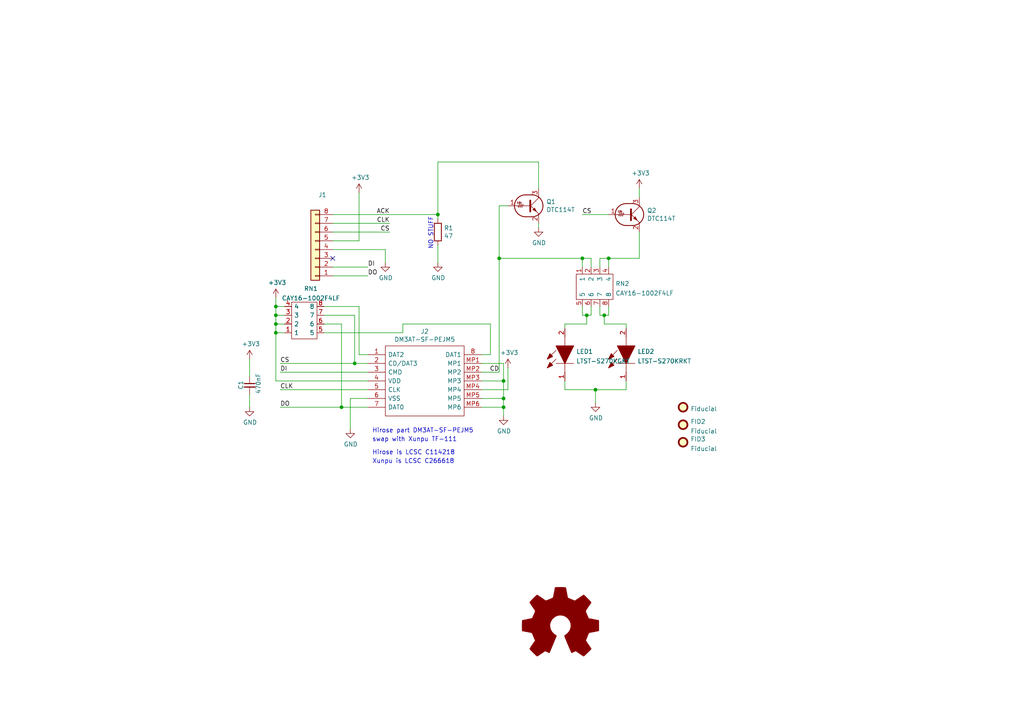
<source format=kicad_sch>
(kicad_sch (version 20211123) (generator eeschema)
  (paper "A4")
  (lib_symbols
    (symbol "Connector_Generic:Conn_01x08" (pin_names (offset 1.016) hide)
      (property "Reference" "J" (at 0 10.16 0))
      (property "Value" "Conn_01x08" (at 0 -12.7 0))
      (symbol "Conn_01x08_1_1"
        (rectangle (start -1.27 -10.033) (end 0 -10.287) (stroke (width 0.1524)))
        (rectangle (start -1.27 -7.493) (end 0 -7.747) (stroke (width 0.1524)))
        (rectangle (start -1.27 -4.953) (end 0 -5.207) (stroke (width 0.1524)))
        (rectangle (start -1.27 -2.413) (end 0 -2.667) (stroke (width 0.1524)))
        (rectangle (start -1.27 0.127) (end 0 -0.127) (stroke (width 0.1524)))
        (rectangle (start -1.27 2.667) (end 0 2.413) (stroke (width 0.1524)))
        (rectangle (start -1.27 5.207) (end 0 4.953) (stroke (width 0.1524)))
        (rectangle (start -1.27 7.747) (end 0 7.493) (stroke (width 0.1524)))
        (rectangle (start -1.27 8.89) (end 1.27 -11.43) (stroke (width 0.254)) (fill (type background)))
        (pin passive line (at -5.08 7.62 0) (length 3.81) (name "Pin_1") (number "1"))
        (pin passive line (at -5.08 5.08 0) (length 3.81) (name "Pin_2") (number "2"))
        (pin passive line (at -5.08 2.54 0) (length 3.81) (name "Pin_3") (number "3"))
        (pin passive line (at -5.08 0 0) (length 3.81) (name "Pin_4") (number "4"))
        (pin passive line (at -5.08 -2.54 0) (length 3.81) (name "Pin_5") (number "5"))
        (pin passive line (at -5.08 -5.08 0) (length 3.81) (name "Pin_6") (number "6"))
        (pin passive line (at -5.08 -7.62 0) (length 3.81) (name "Pin_7") (number "7"))
        (pin passive line (at -5.08 -10.16 0) (length 3.81) (name "Pin_8") (number "8"))
      )
    )
    (symbol "Device:C_Small" (pin_numbers hide) (pin_names (offset 0.254) hide)
      (property "Reference" "C" (at 0.254 1.778 0))
      (property "Value" "C_Small" (at 0.254 -2.032 0))
      (symbol "C_Small_0_1"
        (polyline (pts (xy -1.524 -0.508) (xy 1.524 -0.508)) (stroke (width 0.3302)))
        (polyline (pts (xy -1.524 0.508) (xy 1.524 0.508)) (stroke (width 0.3048)))
      )
      (symbol "C_Small_1_1"
        (pin passive line (at 0 2.54 270) (length 2.032) (name "~") (number "1"))
        (pin passive line (at 0 -2.54 90) (length 2.032) (name "~") (number "2"))
      )
    )
    (symbol "Device:R" (pin_numbers hide) (pin_names (offset 0))
      (property "Reference" "R" (at 2.032 0 90))
      (property "Value" "R" (at 0 0 90))
      (symbol "R_0_1"
        (rectangle (start -1.016 -2.54) (end 1.016 2.54) (stroke (width 0.254)))
      )
      (symbol "R_1_1"
        (pin passive line (at 0 3.81 270) (length 1.27) (name "~") (number "1"))
        (pin passive line (at 0 -3.81 90) (length 1.27) (name "~") (number "2"))
      )
    )
    (symbol "Graphic:Logo_Open_Hardware_Large" (pin_names (offset 1.016))
      (symbol "Logo_Open_Hardware_Large_1_1"
        (polyline (pts (xy 6.731 -8.7122) (xy 6.6294 -8.6614) (xy 6.35 -8.4836) (xy 5.9944 -8.255) (xy 5.5372 -7.9502) (xy 5.1054 -7.6454) (xy 4.7498 -7.4168) (xy 4.4958 -7.239) (xy 4.3942 -7.1882) (xy 4.318 -7.2136) (xy 4.1148 -7.3152) (xy 3.81 -7.4676) (xy 3.6322 -7.5692) (xy 3.3528 -7.6708) (xy 3.2258 -7.6962) (xy 3.2004 -7.6708) (xy 3.0988 -7.4676) (xy 2.9464 -7.0866) (xy 2.7178 -6.604) (xy 2.4892 -6.0452) (xy 2.2352 -5.4356) (xy 1.9558 -4.826) (xy 1.7272 -4.2164) (xy 1.4986 -3.683) (xy 1.3208 -3.2512) (xy 1.2192 -2.9464) (xy 1.1684 -2.8194) (xy 1.1938 -2.794) (xy 1.3208 -2.667) (xy 1.5748 -2.4892) (xy 2.0828 -2.0574) (xy 2.6162 -1.397) (xy 2.921 -0.6604) (xy 3.048 0.1524) (xy 2.9464 0.9144) (xy 2.6416 1.6256) (xy 2.1336 2.286) (xy 1.524 2.7686) (xy 0.8128 3.0734) (xy 0 3.175) (xy -0.762 3.0988) (xy -1.4986 2.794) (xy -2.159 2.286) (xy -2.4384 1.9812) (xy -2.8194 1.3208) (xy -3.048 0.6096) (xy -3.0734 0.4318) (xy -3.0226 -0.3556) (xy -2.794 -1.0922) (xy -2.3876 -1.7526) (xy -1.8288 -2.3114) (xy -1.7526 -2.3622) (xy -1.4732 -2.5654) (xy -1.2954 -2.6924) (xy -1.1684 -2.8194) (xy -2.159 -5.207) (xy -2.3114 -5.588) (xy -2.5908 -6.2484) (xy -2.8194 -6.8072) (xy -3.0226 -7.2644) (xy -3.1496 -7.5692) (xy -3.2258 -7.6708) (xy -3.2258 -7.6962) (xy -3.302 -7.6962) (xy -3.4798 -7.6454) (xy -3.8354 -7.4676) (xy -4.0386 -7.366) (xy -4.2926 -7.239) (xy -4.4196 -7.1882) (xy -4.5212 -7.239) (xy -4.7498 -7.3914) (xy -5.1054 -7.6454) (xy -5.5372 -7.9248) (xy -5.9436 -8.2042) (xy -6.3246 -8.4582) (xy -6.604 -8.636) (xy -6.731 -8.7122) (xy -6.7564 -8.7122) (xy -6.858 -8.636) (xy -7.0866 -8.4582) (xy -7.4168 -8.1534) (xy -7.874 -7.6962) (xy -7.9502 -7.62) (xy -8.3312 -7.239) (xy -8.636 -6.9088) (xy -8.8392 -6.6802) (xy -8.9154 -6.5786) (xy -8.9154 -6.5786) (xy -8.8392 -6.4516) (xy -8.6614 -6.1722) (xy -8.4328 -5.7912) (xy -8.128 -5.3594) (xy -7.3152 -4.191) (xy -7.7724 -3.0988) (xy -7.8994 -2.7686) (xy -8.0772 -2.3622) (xy -8.2042 -2.0828) (xy -8.255 -1.9558) (xy -8.382 -1.905) (xy -8.6614 -1.8542) (xy -9.0932 -1.7526) (xy -9.6266 -1.651) (xy -10.1092 -1.5748) (xy -10.541 -1.4732) (xy -10.8712 -1.4224) (xy -11.0236 -1.397) (xy -11.049 -1.3716) (xy -11.0744 -1.2954) (xy -11.0998 -1.143) (xy -11.0998 -0.889) (xy -11.1252 -0.4572) (xy -11.1252 0.1524) (xy -11.1252 0.2286) (xy -11.0998 0.8128) (xy -11.0998 1.27) (xy -11.0744 1.5494) (xy -11.0744 1.6764) (xy -11.0744 1.6764) (xy -10.922 1.7018) (xy -10.6172 1.778) (xy -10.16 1.8542) (xy -9.652 1.9558) (xy -9.6012 1.9812) (xy -9.0932 2.0828) (xy -8.636 2.159) (xy -8.3312 2.2352) (xy -8.2042 2.286) (xy -8.1788 2.3114) (xy -8.0772 2.5146) (xy -7.9248 2.8448) (xy -7.747 3.2512) (xy -7.5692 3.6576) (xy -7.4168 4.0386) (xy -7.3152 4.318) (xy -7.2898 4.445) (xy -7.2898 4.445) (xy -7.366 4.572) (xy -7.5438 4.826) (xy -7.7978 5.207) (xy -8.128 5.6642) (xy -8.128 5.6896) (xy -8.4328 6.1468) (xy -8.6868 6.5278) (xy -8.8392 6.7818) (xy -8.9154 6.9088) (xy -8.9154 6.9088) (xy -8.8138 7.0358) (xy -8.5852 7.2898) (xy -8.255 7.6454) (xy -7.874 8.0264) (xy -7.747 8.1534) (xy -7.3152 8.5852) (xy -7.0104 8.8646) (xy -6.8326 8.9916) (xy -6.731 9.0424) (xy -6.731 9.0424) (xy -6.604 8.9408) (xy -6.3246 8.763) (xy -5.9436 8.509) (xy -5.4864 8.2042) (xy -5.461 8.1788) (xy -5.0038 7.874) (xy -4.6482 7.62) (xy -4.3688 7.4422) (xy -4.2672 7.3914) (xy -4.2418 7.3914) (xy -4.064 7.4422) (xy -3.7338 7.5438) (xy -3.3528 7.6962) (xy -2.9464 7.874) (xy -2.5654 8.0264) (xy -2.286 8.1534) (xy -2.159 8.2296) (xy -2.159 8.2296) (xy -2.1082 8.382) (xy -2.032 8.7122) (xy -1.9304 9.1694) (xy -1.8288 9.7282) (xy -1.8034 9.8044) (xy -1.7018 10.3378) (xy -1.6256 10.7696) (xy -1.5748 11.0744) (xy -1.524 11.2014) (xy -1.4478 11.2268) (xy -1.1938 11.2522) (xy -0.8128 11.2522) (xy -0.3302 11.2522) (xy 0.1524 11.2522) (xy 0.6604 11.2522) (xy 1.0668 11.2268) (xy 1.3716 11.2014) (xy 1.4986 11.176) (xy 1.4986 11.176) (xy 1.5494 11.0236) (xy 1.6256 10.6934) (xy 1.7018 10.2108) (xy 1.8288 9.6774) (xy 1.8288 9.5758) (xy 1.9304 9.0424) (xy 2.032 8.6106) (xy 2.0828 8.3058) (xy 2.1336 8.2042) (xy 2.159 8.1788) (xy 2.3876 8.0772) (xy 2.7432 7.9248) (xy 3.175 7.747) (xy 4.191 7.3406) (xy 5.461 8.2042) (xy 5.5626 8.2804) (xy 6.0198 8.5852) (xy 6.3754 8.8392) (xy 6.6294 8.9916) (xy 6.7564 9.0424) (xy 6.7564 9.0424) (xy 6.8834 8.9408) (xy 7.1374 8.7122) (xy 7.4676 8.382) (xy 7.8486 7.9756) (xy 8.1534 7.6962) (xy 8.4836 7.3406) (xy 8.7122 7.112) (xy 8.8392 6.9596) (xy 8.8646 6.858) (xy 8.8646 6.8072) (xy 8.7884 6.6802) (xy 8.6106 6.4008) (xy 8.3312 6.0198) (xy 8.0264 5.588) (xy 7.7978 5.207) (xy 7.5184 4.8006) (xy 7.3406 4.4958) (xy 7.2898 4.3434) (xy 7.2898 4.2926) (xy 7.3914 4.0386) (xy 7.5184 3.683) (xy 7.7216 3.2258) (xy 8.1534 2.2352) (xy 8.7884 2.1082) (xy 9.1948 2.0574) (xy 9.7536 1.9304) (xy 10.2616 1.8288) (xy 11.0998 1.6764) (xy 11.1252 -1.3208) (xy 10.9982 -1.3716) (xy 10.8712 -1.397) (xy 10.5664 -1.4732) (xy 10.1346 -1.5494) (xy 9.6266 -1.651) (xy 9.1948 -1.7272) (xy 8.7376 -1.8288) (xy 8.4328 -1.8796) (xy 8.2804 -1.905) (xy 8.255 -1.9558) (xy 8.1534 -2.159) (xy 7.9756 -2.5146) (xy 7.8232 -2.921) (xy 7.6454 -3.3274) (xy 7.493 -3.7338) (xy 7.366 -4.0132) (xy 7.3406 -4.191) (xy 7.3914 -4.2926) (xy 7.5692 -4.5466) (xy 7.7978 -4.9276) (xy 8.1026 -5.3594) (xy 8.4074 -5.7912) (xy 8.6614 -6.1722) (xy 8.8138 -6.4262) (xy 8.89 -6.5532) (xy 8.8646 -6.6548) (xy 8.6868 -6.858) (xy 8.3566 -7.1882) (xy 7.874 -7.6708) (xy 7.7978 -7.747) (xy 7.3914 -8.128) (xy 7.0612 -8.4328) (xy 6.8326 -8.636) (xy 6.731 -8.7122)) (fill (type outline)))
      )
    )
    (symbol "Mechanical:Fiducial"
      (property "Reference" "FID" (at 0 5.08 0))
      (property "Value" "Fiducial" (at 0 3.175 0))
      (symbol "Fiducial_0_1"
        (circle (center 0 0) (radius 1.27) (stroke (width 0.508)) (fill (type background)))
      )
    )
    (symbol "Transistor_BJT:DTC114T" (pin_names (offset 0) hide)
      (property "Reference" "Q" (at 5.08 1.905 0))
      (property "Value" "DTC114T" (at 5.08 0 0))
      (symbol "DTC114T_0_0"
        (polyline (pts (xy 2.54 -2.286) (xy 2.54 -2.54)))
        (text "10k" (at -3.048 0.889 0) (effects (font (size 0.508 0.508))))
      )
      (symbol "DTC114T_0_1"
        (arc (start -1.27 3.175) (mid -4.445 0) (end -1.27 -3.175) (stroke (width 0.254)))
        (polyline (pts (xy -3.429 0) (xy -3.81 0)))
        (polyline (pts (xy -1.27 -3.175) (xy 0.635 -3.175)) (stroke (width 0.254)))
        (polyline (pts (xy -1.27 3.175) (xy 0.635 3.175)) (stroke (width 0.254)))
        (polyline (pts (xy 0 -0.254) (xy 2.54 2.286)))
        (polyline (pts (xy 0.127 1.524) (xy 0.127 -1.651)) (stroke (width 0.508)) (fill (type outline)))
        (polyline (pts (xy 2.54 2.286) (xy 2.54 2.54)))
        (polyline (pts (xy 2.54 -2.286) (xy 0 0.254) (xy 0 0.254)))
        (polyline (pts (xy 0.889 -1.143) (xy 1.397 -0.635) (xy 1.905 -1.651) (xy 0.889 -1.143)) (fill (type outline)))
        (polyline (pts (xy 0 0) (xy -1.905 0) (xy -2.032 0.508) (xy -2.286 -0.508) (xy -2.54 0.508) (xy -2.794 -0.508) (xy -3.048 0.508) (xy -3.302 -0.508) (xy -3.429 0)))
        (arc (start 0.635 -3.175) (mid 3.81 0) (end 0.635 3.175) (stroke (width 0.254)))
      )
      (symbol "DTC114T_1_1"
        (pin input line (at -6.35 0 0) (length 2.54) (name "B") (number "1"))
        (pin passive line (at 2.54 -5.08 90) (length 2.54) (name "E") (number "2"))
        (pin passive line (at 2.54 5.08 270) (length 2.54) (name "C") (number "3"))
      )
    )
    (symbol "local:CAY16-1002F4LF" (pin_names (offset 0.762))
      (property "Reference" "RN" (at 16.51 7.62 0))
      (property "Value" "CAY16-1002F4LF" (at 16.51 5.08 0))
      (symbol "CAY16-1002F4LF_0_0"
        (pin passive line (at 2.54 -6.35 0) (length 2) (name "1") (number "1"))
        (pin passive line (at 2.54 -3.81 0) (length 2) (name "2") (number "2"))
        (pin passive line (at 2.54 -1.27 0) (length 2) (name "3") (number "3"))
        (pin passive line (at 2.54 1.27 0) (length 2) (name "4") (number "4"))
        (pin passive line (at 13.97 -6.35 180) (length 2) (name "5") (number "5"))
        (pin passive line (at 13.97 -3.81 180) (length 2) (name "6") (number "6"))
        (pin passive line (at 13.97 -1.27 180) (length 2) (name "7") (number "7"))
        (pin passive line (at 13.97 1.27 180) (length 2) (name "8") (number "8"))
      )
      (symbol "CAY16-1002F4LF_0_1"
        (polyline (pts (xy 4.572 2.54) (xy 11.938 2.54) (xy 11.938 -8.128) (xy 4.572 -8.128) (xy 4.572 2.54)) (stroke (width 0.1524)))
      )
    )
    (symbol "local:DM3AT-SF-PEJM5" (pin_names (offset 0.762))
      (property "Reference" "J" (at 29.21 7.62 0))
      (property "Value" "DM3AT-SF-PEJM5" (at 29.21 5.08 0))
      (symbol "DM3AT-SF-PEJM5_0_0"
        (pin passive line (at 0 0 0) (length 5.08) (name "DAT2") (number "1"))
        (pin passive line (at 0 -2.54 0) (length 5.08) (name "CD/DAT3") (number "2"))
        (pin passive line (at 0 -5.08 0) (length 5.08) (name "CMD") (number "3"))
        (pin passive line (at 0 -7.62 0) (length 5.08) (name "VDD") (number "4"))
        (pin passive line (at 0 -10.16 0) (length 5.08) (name "CLK") (number "5"))
        (pin passive line (at 0 -12.7 0) (length 5.08) (name "VSS") (number "6"))
        (pin passive line (at 0 -15.24 0) (length 5.08) (name "DAT0") (number "7"))
        (pin passive line (at 33.02 0 180) (length 5.08) (name "DAT1") (number "8"))
        (pin passive line (at 33.02 -2.54 180) (length 5.08) (name "MP1") (number "MP1"))
        (pin passive line (at 33.02 -5.08 180) (length 5.08) (name "MP2") (number "MP2"))
        (pin passive line (at 33.02 -7.62 180) (length 5.08) (name "MP3") (number "MP3"))
        (pin passive line (at 33.02 -10.16 180) (length 5.08) (name "MP4") (number "MP4"))
        (pin passive line (at 33.02 -12.7 180) (length 5.08) (name "MP5") (number "MP5"))
        (pin passive line (at 33.02 -15.24 180) (length 5.08) (name "MP6") (number "MP6"))
      )
      (symbol "DM3AT-SF-PEJM5_0_1"
        (polyline (pts (xy 5.08 2.54) (xy 27.94 2.54) (xy 27.94 -17.78) (xy 5.08 -17.78) (xy 5.08 2.54)) (stroke (width 0.1524)))
      )
    )
    (symbol "local:LTST-S270KGKT" (pin_names (offset 0.762))
      (property "Reference" "LED" (at 12.7 8.89 0))
      (property "Value" "LTST-S270KGKT" (at 12.7 6.35 0))
      (symbol "LTST-S270KGKT_0_0"
        (pin passive line (at 0 0 0) (length 2.54) (name "~") (number "1"))
        (pin passive line (at 15.24 0 180) (length 2.54) (name "~") (number "2"))
      )
      (symbol "LTST-S270KGKT_0_1"
        (polyline (pts (xy 2.54 0) (xy 5.08 0)) (stroke (width 0.1524)))
        (polyline (pts (xy 5.08 2.54) (xy 5.08 -2.54)) (stroke (width 0.1524)))
        (polyline (pts (xy 6.35 2.54) (xy 3.81 5.08)) (stroke (width 0.1524)))
        (polyline (pts (xy 8.89 2.54) (xy 6.35 5.08)) (stroke (width 0.1524)))
        (polyline (pts (xy 10.16 0) (xy 12.7 0)) (stroke (width 0.1524)))
        (polyline (pts (xy 5.08 0) (xy 10.16 2.54) (xy 10.16 -2.54) (xy 5.08 0)) (stroke (width 0.254)) (fill (type outline)))
        (polyline (pts (xy 5.334 4.318) (xy 4.572 3.556) (xy 3.81 5.08) (xy 5.334 4.318)) (stroke (width 0.254)) (fill (type outline)))
        (polyline (pts (xy 7.874 4.318) (xy 7.112 3.556) (xy 6.35 5.08) (xy 7.874 4.318)) (stroke (width 0.254)) (fill (type outline)))
      )
    )
    (symbol "local:LTST-S270KRKT" (pin_names (offset 0.762))
      (property "Reference" "LED" (at 12.7 8.89 0))
      (property "Value" "LTST-S270KRKT" (at 12.7 6.35 0))
      (symbol "LTST-S270KRKT_0_0"
        (pin passive line (at 0 0 0) (length 2.54) (name "~") (number "1"))
        (pin passive line (at 15.24 0 180) (length 2.54) (name "~") (number "2"))
      )
      (symbol "LTST-S270KRKT_0_1"
        (polyline (pts (xy 2.54 0) (xy 5.08 0)) (stroke (width 0.1524)))
        (polyline (pts (xy 5.08 2.54) (xy 5.08 -2.54)) (stroke (width 0.1524)))
        (polyline (pts (xy 6.35 2.54) (xy 3.81 5.08)) (stroke (width 0.1524)))
        (polyline (pts (xy 8.89 2.54) (xy 6.35 5.08)) (stroke (width 0.1524)))
        (polyline (pts (xy 10.16 0) (xy 12.7 0)) (stroke (width 0.1524)))
        (polyline (pts (xy 5.08 0) (xy 10.16 2.54) (xy 10.16 -2.54) (xy 5.08 0)) (stroke (width 0.254)) (fill (type outline)))
        (polyline (pts (xy 5.334 4.318) (xy 4.572 3.556) (xy 3.81 5.08) (xy 5.334 4.318)) (stroke (width 0.254)) (fill (type outline)))
        (polyline (pts (xy 7.874 4.318) (xy 7.112 3.556) (xy 6.35 5.08) (xy 7.874 4.318)) (stroke (width 0.254)) (fill (type outline)))
      )
    )
    (symbol "power:+3.3V" (power) (pin_names (offset 0))
      (property "Value" "+3.3V" (at 0 3.556 0))
      (symbol "+3.3V_0_1"
        (polyline (pts (xy -0.762 1.27) (xy 0 2.54)))
        (polyline (pts (xy 0 0) (xy 0 2.54)))
        (polyline (pts (xy 0 2.54) (xy 0.762 1.27)))
      )
      (symbol "+3.3V_1_1"
        (pin power_in line (at 0 0 90) (length 0) hide (name "+3V3") (number "1"))
      )
    )
    (symbol "power:GND" (power) (pin_names (offset 0))
      (property "Value" "GND" (at 0 -3.81 0))
      (symbol "GND_0_1"
        (polyline (pts (xy 0 0) (xy 0 -1.27) (xy 1.27 -1.27) (xy 0 -2.54) (xy -1.27 -1.27) (xy 0 -1.27)))
      )
      (symbol "GND_1_1"
        (pin power_in line (at 0 0 270) (length 0) hide (name "GND") (number "1"))
      )
    )
  )
  (junction (at 170.18 91.44))
  (junction (at 175.26 91.44))
  (junction (at 144.78 74.93))
  (junction (at 176.53 74.93))
  (junction (at 80.01 96.52))
  (junction (at 127 62.23))
  (junction (at 146.05 118.11))
  (junction (at 80.01 88.9))
  (junction (at 168.91 74.93))
  (junction (at 172.72 113.03))
  (junction (at 80.01 91.44))
  (junction (at 80.01 93.98))
  (junction (at 146.05 115.57))
  (junction (at 146.05 110.49))
  (junction (at 99.06 118.11))
  (junction (at 102.87 105.41))
  (no_connect (at 96.52 74.93))
  (wire (pts (xy 156.21 46.99) (xy 156.21 54.61)))
  (wire (pts (xy 139.7 118.11) (xy 146.05 118.11)))
  (wire (pts (xy 156.21 64.77) (xy 156.21 66.04)))
  (wire (pts (xy 80.01 110.49) (xy 106.68 110.49)))
  (wire (pts (xy 139.7 110.49) (xy 146.05 110.49)))
  (wire (pts (xy 93.98 96.52) (xy 116.84 96.52)))
  (wire (pts (xy 173.99 74.93) (xy 176.53 74.93)))
  (wire (pts (xy 168.91 74.93) (xy 168.91 77.47)))
  (wire (pts (xy 104.14 102.87) (xy 106.68 102.87)))
  (wire (pts (xy 99.06 118.11) (xy 106.68 118.11)))
  (wire (pts (xy 96.52 77.47) (xy 106.68 77.47)))
  (wire (pts (xy 102.87 91.44) (xy 102.87 105.41)))
  (wire (pts (xy 96.52 67.31) (xy 113.03 67.31)))
  (wire (pts (xy 172.72 113.03) (xy 172.72 116.84)))
  (wire (pts (xy 168.91 88.9) (xy 168.91 91.44)))
  (wire (pts (xy 80.01 88.9) (xy 82.55 88.9)))
  (wire (pts (xy 99.06 93.98) (xy 99.06 118.11)))
  (wire (pts (xy 175.26 93.98) (xy 181.61 93.98)))
  (wire (pts (xy 80.01 93.98) (xy 82.55 93.98)))
  (wire (pts (xy 146.05 115.57) (xy 146.05 110.49)))
  (wire (pts (xy 147.32 113.03) (xy 147.32 106.68)))
  (wire (pts (xy 81.28 118.11) (xy 99.06 118.11)))
  (wire (pts (xy 80.01 91.44) (xy 82.55 91.44)))
  (wire (pts (xy 96.52 62.23) (xy 127 62.23)))
  (wire (pts (xy 176.53 88.9) (xy 176.53 91.44)))
  (wire (pts (xy 101.6 115.57) (xy 101.6 124.46)))
  (wire (pts (xy 80.01 93.98) (xy 80.01 96.52)))
  (wire (pts (xy 96.52 69.85) (xy 104.14 69.85)))
  (wire (pts (xy 104.14 88.9) (xy 93.98 88.9)))
  (wire (pts (xy 171.45 91.44) (xy 171.45 88.9)))
  (wire (pts (xy 104.14 69.85) (xy 104.14 55.88)))
  (wire (pts (xy 116.84 93.98) (xy 142.24 93.98)))
  (wire (pts (xy 127 46.99) (xy 156.21 46.99)))
  (wire (pts (xy 171.45 74.93) (xy 171.45 77.47)))
  (wire (pts (xy 93.98 93.98) (xy 99.06 93.98)))
  (wire (pts (xy 163.83 110.49) (xy 163.83 113.03)))
  (wire (pts (xy 72.39 114.3) (xy 72.39 118.11)))
  (wire (pts (xy 173.99 74.93) (xy 173.99 77.47)))
  (wire (pts (xy 142.24 102.87) (xy 139.7 102.87)))
  (wire (pts (xy 116.84 96.52) (xy 116.84 93.98)))
  (wire (pts (xy 80.01 96.52) (xy 82.55 96.52)))
  (wire (pts (xy 163.83 113.03) (xy 172.72 113.03)))
  (wire (pts (xy 173.99 91.44) (xy 175.26 91.44)))
  (wire (pts (xy 181.61 93.98) (xy 181.61 95.25)))
  (wire (pts (xy 176.53 74.93) (xy 176.53 77.47)))
  (wire (pts (xy 168.91 62.23) (xy 176.53 62.23)))
  (wire (pts (xy 111.76 72.39) (xy 96.52 72.39)))
  (wire (pts (xy 173.99 88.9) (xy 173.99 91.44)))
  (wire (pts (xy 106.68 115.57) (xy 101.6 115.57)))
  (wire (pts (xy 96.52 64.77) (xy 113.03 64.77)))
  (wire (pts (xy 81.28 107.95) (xy 106.68 107.95)))
  (wire (pts (xy 163.83 93.98) (xy 170.18 93.98)))
  (wire (pts (xy 80.01 96.52) (xy 80.01 110.49)))
  (wire (pts (xy 170.18 91.44) (xy 171.45 91.44)))
  (wire (pts (xy 104.14 88.9) (xy 104.14 102.87)))
  (wire (pts (xy 144.78 74.93) (xy 168.91 74.93)))
  (wire (pts (xy 139.7 107.95) (xy 144.78 107.95)))
  (wire (pts (xy 185.42 67.31) (xy 185.42 74.93)))
  (wire (pts (xy 80.01 88.9) (xy 80.01 91.44)))
  (wire (pts (xy 127 71.12) (xy 127 76.2)))
  (wire (pts (xy 176.53 74.93) (xy 185.42 74.93)))
  (wire (pts (xy 139.7 105.41) (xy 146.05 105.41)))
  (wire (pts (xy 72.39 104.14) (xy 72.39 109.22)))
  (wire (pts (xy 139.7 113.03) (xy 147.32 113.03)))
  (wire (pts (xy 80.01 86.36) (xy 80.01 88.9)))
  (wire (pts (xy 168.91 74.93) (xy 171.45 74.93)))
  (wire (pts (xy 146.05 118.11) (xy 146.05 115.57)))
  (wire (pts (xy 81.28 113.03) (xy 106.68 113.03)))
  (wire (pts (xy 127 62.23) (xy 127 46.99)))
  (wire (pts (xy 127 62.23) (xy 127 63.5)))
  (wire (pts (xy 146.05 105.41) (xy 146.05 110.49)))
  (wire (pts (xy 142.24 93.98) (xy 142.24 102.87)))
  (wire (pts (xy 81.28 105.41) (xy 102.87 105.41)))
  (wire (pts (xy 181.61 113.03) (xy 181.61 110.49)))
  (wire (pts (xy 168.91 91.44) (xy 170.18 91.44)))
  (wire (pts (xy 139.7 115.57) (xy 146.05 115.57)))
  (wire (pts (xy 175.26 91.44) (xy 175.26 93.98)))
  (wire (pts (xy 96.52 80.01) (xy 106.68 80.01)))
  (wire (pts (xy 146.05 120.65) (xy 146.05 118.11)))
  (wire (pts (xy 175.26 91.44) (xy 176.53 91.44)))
  (wire (pts (xy 144.78 59.69) (xy 147.32 59.69)))
  (wire (pts (xy 144.78 107.95) (xy 144.78 74.93)))
  (wire (pts (xy 93.98 91.44) (xy 102.87 91.44)))
  (wire (pts (xy 185.42 54.61) (xy 185.42 57.15)))
  (wire (pts (xy 172.72 113.03) (xy 181.61 113.03)))
  (wire (pts (xy 170.18 93.98) (xy 170.18 91.44)))
  (wire (pts (xy 111.76 76.2) (xy 111.76 72.39)))
  (wire (pts (xy 163.83 95.25) (xy 163.83 93.98)))
  (wire (pts (xy 102.87 105.41) (xy 106.68 105.41)))
  (wire (pts (xy 144.78 74.93) (xy 144.78 59.69)))
  (wire (pts (xy 80.01 91.44) (xy 80.01 93.98)))
  (text "swap with Xunpu TF-111" (at 107.95 128.27 0) (effects (font (size 1.27 1.27)) (justify left bottom)))
  (text "NO STUFF" (at 125.73 72.39 90) (effects (font (size 1.27 1.27)) (justify left bottom)))
  (text "Xunpu is LCSC C266618" (at 107.95 134.62 0) (effects (font (size 1.27 1.27)) (justify left bottom)))
  (text "Hirose part DM3AT-SF-PEJM5" (at 107.95 125.73 0) (effects (font (size 1.27 1.27)) (justify left bottom)))
  (text "Hirose is LCSC C114218" (at 107.95 132.08 0) (effects (font (size 1.27 1.27)) (justify left bottom)))
  (label "DI" (at 81.28 107.95 0))
  (label "DO" (at 106.68 80.01 0))
  (label "CS" (at 168.91 62.23 0))
  (label "CD" (at 144.78 107.95 180))
  (label "CS" (at 113.03 67.31 180))
  (label "DO" (at 81.28 118.11 0))
  (label "DI" (at 106.68 77.47 0))
  (label "ACK" (at 113.03 62.23 180))
  (label "CLK" (at 113.03 64.77 180))
  (label "CLK" (at 81.28 113.03 0))
  (label "CS" (at 81.28 105.41 0))
  (symbol (lib_id "Connector_Generic:Conn_01x08") (at 91.44 72.39 180) (unit 1) (in_bom no)
    (property "Reference" "J1" (at 93.5228 56.515 0))
    (property "Value" " " (at 93.5228 58.8264 0))
    (property "Footprint" "sd2ps2:PlayStation_Memory_Card" (effects hide))
  )
  (symbol (lib_id "power:GND") (at 111.76 76.2 0) (unit 1)
    (property "Reference" "#PWR03" (effects hide))
    (property "Value" "GND" (at 111.887 80.5942 0))
  )
  (symbol (lib_id "power:+3.3V") (at 104.14 55.88 0) (unit 1)
    (property "Reference" "#PWR04" (effects hide))
    (property "Value" "+3.3V" (at 104.521 51.4858 0))
  )
  (symbol (lib_id "Device:R") (at 127 67.31 0) (unit 1) (in_bom no)
    (property "Reference" "R1" (at 128.778 66.1416 0) (effects (justify left)))
    (property "Value" "47" (at 128.778 68.453 0) (effects (justify left)))
    (property "Footprint" "Resistor_SMD:R_1206_3216Metric" (effects hide))
    (property "LCSC" "C319585" (effects hide))
    (property "NonStuffed" "NS" (effects hide))
  )
  (symbol (lib_id "power:GND") (at 127 76.2 0) (unit 1)
    (property "Reference" "#PWR06" (effects hide))
    (property "Value" "GND" (at 127.127 80.5942 0))
  )
  (symbol (lib_id "power:+3.3V") (at 185.42 54.61 0) (unit 1)
    (property "Reference" "#PWR010" (effects hide))
    (property "Value" "+3.3V" (at 185.801 50.2158 0))
  )
  (symbol (lib_id "power:+3.3V") (at 147.32 106.68 0) (unit 1)
    (property "Reference" "#PWR09" (effects hide))
    (property "Value" "+3.3V" (at 147.701 102.2858 0))
  )
  (symbol (lib_id "power:GND") (at 146.05 120.65 0) (unit 1)
    (property "Reference" "#PWR08" (effects hide))
    (property "Value" "GND" (at 146.177 125.0442 0))
  )
  (symbol (lib_id "power:+3.3V") (at 80.01 86.36 0) (unit 1)
    (property "Reference" "#PWR05" (effects hide))
    (property "Value" "+3.3V" (at 80.391 81.9658 0))
  )
  (symbol (lib_id "local:DM3AT-SF-PEJM5") (at 106.68 102.87 0) (unit 1)
    (property "Reference" "J2" (at 123.19 96.139 0))
    (property "Value" "DM3AT-SF-PEJM5" (at 123.19 98.4504 0))
    (property "Footprint" "DM3ATSFPEJM5" (effects hide))
    (property "Datasheet" "https://datasheet.lcsc.com/szlcsc/Hirose-HRS-DM3AT-SF-PEJM5_C114218.pdf" (effects hide))
    (property "Description" "Memory Card Connectors R/A SMT MICROSD CON PUSH-PUSH TOP BRDMNT" (effects hide))
    (property "Height" "1.83" (effects hide))
    (property "Manufacturer_Name" "Hirose" (effects hide))
    (property "Manufacturer_Part_Number" "DM3AT-SF-PEJM5" (effects hide))
    (property "Mouser Part Number" "798-DM3AT-SF-PEJM5" (effects hide))
    (property "Mouser Price/Stock" "https://www.mouser.co.uk/ProductDetail/Hirose-Connector/DM3AT-SF-PEJM5?qs=LZSZKJVF%252B2WTDKp%252BR7IYAQ%3D%3D" (effects hide))
    (property "LCSC" "C266618" (effects hide))
  )
  (symbol (lib_id "power:GND") (at 172.72 116.84 0) (unit 1)
    (property "Reference" "#PWR011" (effects hide))
    (property "Value" "GND" (at 172.847 121.2342 0))
  )
  (symbol (lib_id "power:GND") (at 72.39 118.11 0) (unit 1)
    (property "Reference" "#PWR02" (effects hide))
    (property "Value" "GND" (at 72.517 122.5042 0))
  )
  (symbol (lib_id "power:+3.3V") (at 72.39 104.14 0) (unit 1)
    (property "Reference" "#PWR01" (effects hide))
    (property "Value" "+3.3V" (at 72.771 99.7458 0))
  )
  (symbol (lib_id "Device:C_Small") (at 72.39 111.76 0) (unit 1)
    (property "Reference" "C1" (at 69.85 113.03 90) (effects (justify left)))
    (property "Value" "470nF" (at 74.93 114.3 90) (effects (justify left)))
    (property "Footprint" "Capacitor_SMD:C_1206_3216Metric" (effects hide))
    (property "LCSC" "C29823" (effects hide))
  )
  (symbol (lib_id "Graphic:Logo_Open_Hardware_Large") (at 162.56 181.61 0) (unit 1)
    (property "Reference" "#LOGO1" (effects hide))
    (property "Value" "Logo_Open_Hardware_Large" (effects hide))
  )
  (symbol (lib_id "power:GND") (at 156.21 66.04 0) (unit 1)
    (property "Reference" "#PWR07" (effects hide))
    (property "Value" "GND" (at 156.337 70.4342 0))
  )
  (symbol (lib_id "Transistor_BJT:DTC114T") (at 182.88 62.23 0) (unit 1)
    (property "Reference" "Q2" (at 187.6552 61.0616 0) (effects (justify left)))
    (property "Value" "DTC114T" (at 187.6552 63.373 0) (effects (justify left)))
    (property "Footprint" "sd2ps2:SOT-7_23Combo" (effects hide))
    (property "LCSC" "C110682" (effects hide))
  )
  (symbol (lib_id "Transistor_BJT:DTC114T") (at 153.67 59.69 0) (unit 1)
    (property "Reference" "Q1" (at 158.4452 58.5216 0) (effects (justify left)))
    (property "Value" "DTC114T" (at 158.4452 60.833 0) (effects (justify left)))
    (property "Footprint" "sd2ps2:SOT-7_23Combo" (effects hide))
    (property "LCSC" "C552156" (effects hide))
  )
  (symbol (lib_id "local:CAY16-1002F4LF") (at 175.26 74.93 270) (unit 1)
    (property "Reference" "RN2" (at 178.5112 82.2765 90) (effects (justify left)))
    (property "Value" "CAY16-1002F4LF" (at 178.5112 85.0516 90) (effects (justify left)))
    (property "Footprint" "Resistor_SMD:R_Array_Convex_4x1206" (effects hide))
    (property "Datasheet" "http://uk.rs-online.com/web/p/products/7408767" (effects hide))
    (property "Description" "Resistor Arrays 10K 1% Convex 4 resist. Bourns CAY16 Series 10k +/-1% Isolated SMT Resistor Array, 4 Resistors, 0.25W total 1206 Package Convex" (effects hide))
    (property "Manufacturer_Name" "Bourns" (effects hide))
    (property "Manufacturer_Part_Number" "CAY16-1002F4LF" (effects hide))
    (property "Mouser Part Number" "652-CAY16-1002F4LF" (effects hide))
    (property "Mouser Price/Stock" "https://www.mouser.co.uk/ProductDetail/Bourns/CAY16-1002F4LF?qs=wmwo6QmEuAgjwXvnc%2FYHSA%3D%3D" (effects hide))
    (property "Arrow Part Number" "CAY16-1002F4LF" (effects hide))
    (property "Arrow Price/Stock" "https://www.arrow.com/en/products/cay16-1002f4lf/bourns?region=nac" (effects hide))
    (property "LCSC" "C520377" (effects hide))
  )
  (symbol (lib_id "local:LTST-S270KGKT") (at 163.83 110.49 90) (unit 1)
    (property "Reference" "LED1" (at 167.132 101.9615 90) (effects (justify right)))
    (property "Value" "LTST-S270KGKT" (at 167.132 104.7366 90) (effects (justify right)))
    (property "Footprint" "sd2ps2:LTSTS270KxKT" (effects hide))
    (property "Datasheet" "https://componentsearchengine.com/Datasheets/1/LTST-S270KGKT.pdf" (effects hide))
    (property "Description" "Lite-On LTST-S270KGKT, 571 nm Green LED, 1608 (0603) Side View SMD package" (effects hide))
    (property "Height" "1" (effects hide))
    (property "Manufacturer_Name" "Lite-On" (effects hide))
    (property "Manufacturer_Part_Number" "LTST-S270KGKT" (effects hide))
    (property "Mouser Part Number" "859-LTST-S270KGKT" (effects hide))
    (property "Mouser Price/Stock" "https://www.mouser.co.uk/ProductDetail/Lite-On/LTST-S270KGKT?qs=oL5uk4n%2FG821%2FMiCU6RADg%3D%3D" (effects hide))
    (property "Arrow Part Number" "LTST-S270KGKT" (effects hide))
    (property "Arrow Price/Stock" "https://www.arrow.com/en/products/ltst-s270kgkt/lite-on-technology?region=nac" (effects hide))
    (property "LCSC" "C125113" (effects hide))
  )
  (symbol (lib_id "Mechanical:Fiducial") (at 198.12 128.27 0) (unit 1) (in_bom no)
    (property "Reference" "FID3" (at 200.279 127.3615 0) (effects (justify left)))
    (property "Value" "Fiducial" (at 200.279 130.1366 0) (effects (justify left)))
    (property "Footprint" "Fiducial:Fiducial_1mm_Mask2mm" (effects hide))
  )
  (symbol (lib_id "Mechanical:Fiducial") (at 198.12 118.11 0) (unit 1) (in_bom no)
    (property "Reference" "FID1" (effects hide))
    (property "Value" "Fiducial" (at 200.279 118.589 0) (effects (justify left)))
    (property "Footprint" "Fiducial:Fiducial_0.75mm_Mask1.5mm" (effects hide))
  )
  (symbol (lib_id "local:CAY16-1002F4LF") (at 80.01 90.17 0) (unit 1)
    (property "Reference" "RN1" (at 90.17 83.7143 0))
    (property "Value" "CAY16-1002F4LF" (at 90.17 86.4894 0))
    (property "Footprint" "Resistor_SMD:R_Array_Convex_4x1206" (effects hide))
    (property "Datasheet" "http://uk.rs-online.com/web/p/products/7408767" (effects hide))
    (property "Description" "Resistor Arrays 10K 1% Convex 4 resist. Bourns CAY16 Series 10k +/-1% Isolated SMT Resistor Array, 4 Resistors, 0.25W total 1206 Package Convex" (effects hide))
    (property "Manufacturer_Name" "Bourns" (effects hide))
    (property "Manufacturer_Part_Number" "CAY16-1002F4LF" (effects hide))
    (property "Mouser Part Number" "652-CAY16-1002F4LF" (effects hide))
    (property "Mouser Price/Stock" "https://www.mouser.co.uk/ProductDetail/Bourns/CAY16-1002F4LF?qs=wmwo6QmEuAgjwXvnc%2FYHSA%3D%3D" (effects hide))
    (property "Arrow Part Number" "CAY16-1002F4LF" (effects hide))
    (property "Arrow Price/Stock" "https://www.arrow.com/en/products/cay16-1002f4lf/bourns?region=nac" (effects hide))
    (property "LCSC" "C520377" (effects hide))
  )
  (symbol (lib_id "Mechanical:Fiducial") (at 198.12 123.19 0) (unit 1) (in_bom no)
    (property "Reference" "FID2" (at 200.279 122.2815 0) (effects (justify left)))
    (property "Value" "Fiducial" (at 200.279 125.0566 0) (effects (justify left)))
    (property "Footprint" "Fiducial:Fiducial_0.75mm_Mask1.5mm" (effects hide))
  )
  (symbol (lib_id "local:LTST-S270KRKT") (at 181.61 110.49 90) (unit 1)
    (property "Reference" "LED2" (at 184.912 101.9615 90) (effects (justify right)))
    (property "Value" "LTST-S270KRKT" (at 184.912 104.7366 90) (effects (justify right)))
    (property "Footprint" "sd2ps2:LTSTS270KxKT" (effects hide))
    (property "Datasheet" "https://optoelectronics.liteon.com/upload/download/DS22-2000-210/LTST-S270KRKT.pdf" (effects hide))
    (property "Description" "LED,0603,Side View,Red,54mcd Lite-On LTST-S270KRKT Red LED, 631 nm 1608 (0603) Side View, Rectangle Lens SMD package" (effects hide))
    (property "Height" "1" (effects hide))
    (property "Manufacturer_Name" "Lite-On" (effects hide))
    (property "Manufacturer_Part_Number" "LTST-S270KRKT" (effects hide))
    (property "Mouser Part Number" "859-LTST-S270KRKT" (effects hide))
    (property "Mouser Price/Stock" "https://www.mouser.co.uk/ProductDetail/Lite-On/LTST-S270KRKT?qs=NUb82WqeCyrkrhATBGeB1A%3D%3D" (effects hide))
    (property "Arrow Part Number" "LTST-S270KRKT" (effects hide))
    (property "Arrow Price/Stock" "https://www.arrow.com/en/products/ltst-s270krkt/lite-on-technology?region=nac" (effects hide))
    (property "LCSC" "C125114" (effects hide))
  )
  (symbol (lib_id "power:GND") (at 101.6 124.46 0) (unit 1)
    (property "Reference" "#PWR0101" (effects hide))
    (property "Value" "GND" (at 101.727 128.8542 0))
  )
)
</source>
